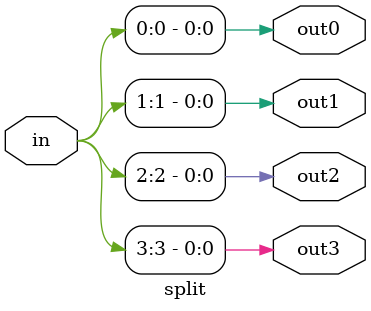
<source format=v>
module split(out3, out2, out1, out0, in);
input [3:0]in;
output out3, out2, out1, out0;
assign {out3, out2, out1, out0} = in;
endmodule
</source>
